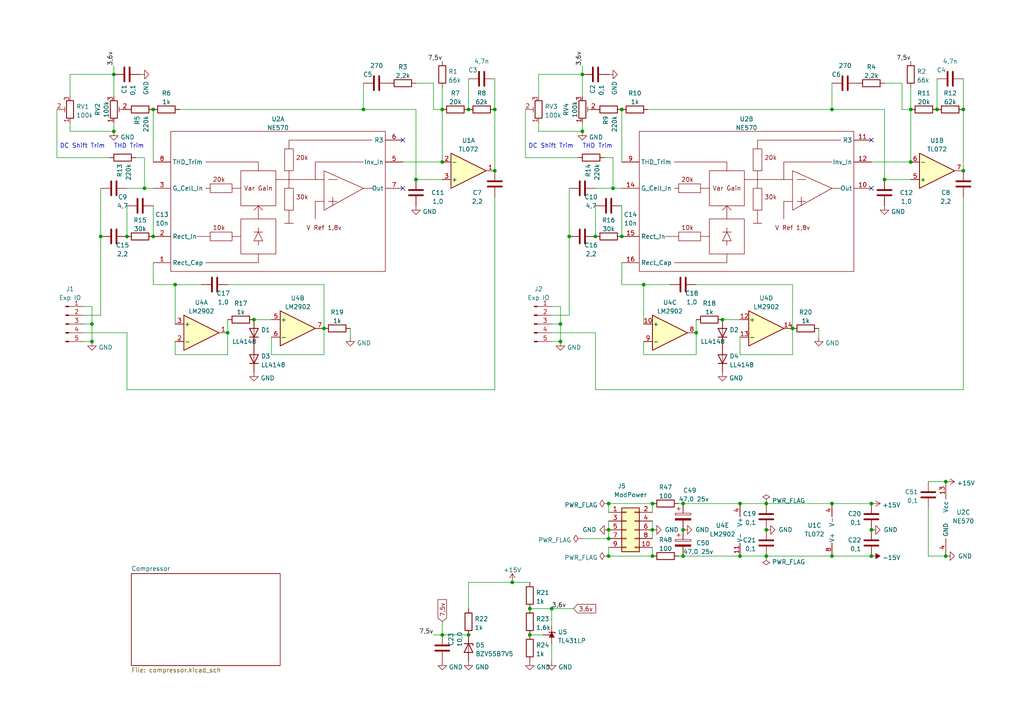
<source format=kicad_sch>
(kicad_sch (version 20211123) (generator eeschema)
  (paper "A4")
  (lib_symbols
    (symbol "Amplifier_Operational:LM2902" (pin_names (offset 0.127))
      (property "Reference" "U" (at 0 5.08 0))
      (property "Value" "LM2902" (at 0 -5.08 0))
      (symbol "LM2902_1_1"
        (pin output line (at 7.62 0 180) (length 2.54) (name "~") (number "1"))
        (pin input line (at -7.62 -2.54 0) (length 2.54) (name "-") (number "2"))
        (pin input line (at -7.62 2.54 0) (length 2.54) (name "+") (number "3"))
      )
      (symbol "LM2902_2_1"
        (pin input line (at -7.62 2.54 0) (length 2.54) (name "+") (number "5"))
        (pin input line (at -7.62 -2.54 0) (length 2.54) (name "-") (number "6"))
        (pin output line (at 7.62 0 180) (length 2.54) (name "~") (number "7"))
      )
      (symbol "LM2902_3_1"
        (pin input line (at -7.62 2.54 0) (length 2.54) (name "+") (number "10"))
        (pin output line (at 7.62 0 180) (length 2.54) (name "~") (number "8"))
        (pin input line (at -7.62 -2.54 0) (length 2.54) (name "-") (number "9"))
      )
      (symbol "LM2902_4_1"
        (pin input line (at -7.62 2.54 0) (length 2.54) (name "+") (number "12"))
        (pin input line (at -7.62 -2.54 0) (length 2.54) (name "-") (number "13"))
        (pin output line (at 7.62 0 180) (length 2.54) (name "~") (number "14"))
      )
      (symbol "LM2902_5_1"
        (pin power_in line (at -2.54 -7.62 90) (length 3.81) (name "V-") (number "11"))
        (pin power_in line (at -2.54 7.62 270) (length 3.81) (name "V+") (number "4"))
      )
    )
    (symbol "Amplifier_Operational:LM2904" (pin_names (offset 0.127))
      (property "Reference" "U" (at 0 5.08 0))
      (property "Value" "LM2904" (at 0 -5.08 0))
      (symbol "LM2904_1_1"
        (pin output line (at 7.62 0 180) (length 2.54) (name "~") (number "1"))
        (pin input line (at -7.62 -2.54 0) (length 2.54) (name "-") (number "2"))
        (pin input line (at -7.62 2.54 0) (length 2.54) (name "+") (number "3"))
      )
      (symbol "LM2904_2_1"
        (pin input line (at -7.62 2.54 0) (length 2.54) (name "+") (number "5"))
        (pin input line (at -7.62 -2.54 0) (length 2.54) (name "-") (number "6"))
        (pin output line (at 7.62 0 180) (length 2.54) (name "~") (number "7"))
      )
      (symbol "LM2904_3_1"
        (pin power_in line (at -2.54 -7.62 90) (length 3.81) (name "V-") (number "4"))
        (pin power_in line (at -2.54 7.62 270) (length 3.81) (name "V+") (number "8"))
      )
    )
    (symbol "Connector:Conn_01x05_Male" (pin_names (offset 1.016) hide)
      (property "Reference" "J" (at 0 7.62 0))
      (property "Value" "Conn_01x05_Male" (at 0 -7.62 0))
      (symbol "Conn_01x05_Male_1_1"
        (pin passive line (at 5.08 5.08 180) (length 3.81) (name "Pin_1") (number "1"))
        (pin passive line (at 5.08 2.54 180) (length 3.81) (name "Pin_2") (number "2"))
        (pin passive line (at 5.08 0 180) (length 3.81) (name "Pin_3") (number "3"))
        (pin passive line (at 5.08 -2.54 180) (length 3.81) (name "Pin_4") (number "4"))
        (pin passive line (at 5.08 -5.08 180) (length 3.81) (name "Pin_5") (number "5"))
      )
    )
    (symbol "Connector_Generic:Conn_02x05_Odd_Even" (pin_names (offset 1.016) hide)
      (property "Reference" "J" (at 1.27 7.62 0))
      (property "Value" "Conn_02x05_Odd_Even" (at 1.27 -7.62 0))
      (symbol "Conn_02x05_Odd_Even_1_1"
        (pin passive line (at -5.08 5.08 0) (length 3.81) (name "Pin_1") (number "1"))
        (pin passive line (at 7.62 -5.08 180) (length 3.81) (name "Pin_10") (number "10"))
        (pin passive line (at 7.62 5.08 180) (length 3.81) (name "Pin_2") (number "2"))
        (pin passive line (at -5.08 2.54 0) (length 3.81) (name "Pin_3") (number "3"))
        (pin passive line (at 7.62 2.54 180) (length 3.81) (name "Pin_4") (number "4"))
        (pin passive line (at -5.08 0 0) (length 3.81) (name "Pin_5") (number "5"))
        (pin passive line (at 7.62 0 180) (length 3.81) (name "Pin_6") (number "6"))
        (pin passive line (at -5.08 -2.54 0) (length 3.81) (name "Pin_7") (number "7"))
        (pin passive line (at 7.62 -2.54 180) (length 3.81) (name "Pin_8") (number "8"))
        (pin passive line (at -5.08 -5.08 0) (length 3.81) (name "Pin_9") (number "9"))
      )
    )
    (symbol "Device:C" (pin_numbers hide) (pin_names (offset 0.254))
      (property "Reference" "C" (at 0.635 2.54 0))
      (property "Value" "C" (at 0.635 -2.54 0))
      (symbol "C_1_1"
        (pin passive line (at 0 3.81 270) (length 2.794) (name "~") (number "1"))
        (pin passive line (at 0 -3.81 90) (length 2.794) (name "~") (number "2"))
      )
    )
    (symbol "Device:C_Polarized" (pin_numbers hide) (pin_names (offset 0.254))
      (property "Reference" "C" (at 0.635 2.54 0))
      (property "Value" "C_Polarized" (at 0.635 -2.54 0))
      (symbol "C_Polarized_1_1"
        (pin passive line (at 0 3.81 270) (length 2.794) (name "~") (number "1"))
        (pin passive line (at 0 -3.81 90) (length 2.794) (name "~") (number "2"))
      )
    )
    (symbol "Device:R" (pin_numbers hide) (pin_names (offset 0))
      (property "Reference" "R" (at 2.032 0 90))
      (property "Value" "R" (at 0 0 90))
      (symbol "R_1_1"
        (pin passive line (at 0 3.81 270) (length 1.27) (name "~") (number "1"))
        (pin passive line (at 0 -3.81 90) (length 1.27) (name "~") (number "2"))
      )
    )
    (symbol "Device:R_Potentiometer_Trim" (pin_names (offset 1.016) hide)
      (property "Reference" "RV" (at -4.445 0 90))
      (property "Value" "R_Potentiometer_Trim" (at -2.54 0 90))
      (symbol "R_Potentiometer_Trim_1_1"
        (pin passive line (at 0 3.81 270) (length 1.27) (name "1") (number "1"))
        (pin passive line (at 3.81 0 180) (length 1.27) (name "2") (number "2"))
        (pin passive line (at 0 -3.81 90) (length 1.27) (name "3") (number "3"))
      )
    )
    (symbol "Diode:BZV55B3V3" (pin_numbers hide) (pin_names hide)
      (property "Reference" "D" (at 0 2.54 0))
      (property "Value" "BZV55B3V3" (at 0 -2.54 0))
      (symbol "BZV55B3V3_1_1"
        (pin passive line (at -3.81 0 0) (length 2.54) (name "K") (number "1"))
        (pin passive line (at 3.81 0 180) (length 2.54) (name "A") (number "2"))
      )
    )
    (symbol "Diode:LL4148" (pin_numbers hide) (pin_names hide)
      (property "Reference" "D" (at 0 2.54 0))
      (property "Value" "LL4148" (at 0 -2.54 0))
      (symbol "LL4148_1_1"
        (pin passive line (at -3.81 0 0) (length 2.54) (name "K") (number "1"))
        (pin passive line (at 3.81 0 180) (length 2.54) (name "A") (number "2"))
      )
    )
    (symbol "Reference_Voltage:TL431LP" (pin_numbers hide) (pin_names hide)
      (property "Reference" "U" (at -2.54 2.54 0))
      (property "Value" "TL431LP" (at 0 -2.54 0))
      (symbol "TL431LP_1_1"
        (pin passive line (at 0 2.54 270) (length 2.54) (name "REF") (number "1"))
        (pin passive line (at -2.54 0 0) (length 2.54) (name "A") (number "2"))
        (pin passive line (at 2.54 0 180) (length 2.54) (name "K") (number "3"))
      )
    )
    (symbol "power:+15V" (power) (pin_names (offset 0))
      (property "Value" "+15V" (at 0 3.556 0))
      (symbol "+15V_1_1"
        (pin power_in line (at 0 0 90) (length 0) hide (name "+15V") (number "1"))
      )
    )
    (symbol "power:-15V" (power) (pin_names (offset 0))
      (property "Value" "-15V" (at 0 3.81 0))
      (symbol "-15V_0_0"
        (pin power_in line (at 0 0 90) (length 0) hide (name "-15V") (number "1"))
      )
    )
    (symbol "power:GND" (power) (pin_names (offset 0))
      (property "Value" "GND" (at 0 -3.81 0))
      (symbol "GND_1_1"
        (pin power_in line (at 0 0 270) (length 0) hide (name "GND") (number "1"))
      )
    )
    (symbol "power:PWR_FLAG" (power) (pin_numbers hide) (pin_names (offset 0) hide)
      (property "Value" "PWR_FLAG" (at 0 3.81 0))
      (symbol "PWR_FLAG_0_0"
        (pin power_out line (at 0 0 90) (length 0) (name "pwr") (number "1"))
      )
    )
    (symbol "ussr_ic:NE570"
      (property "Reference" "U" (at 0 20.32 0))
      (property "Value" "NE570" (at 0 -24.13 0))
      (symbol "NE570_1_0"
        (text "10k" (at -13.97 -8.89 0) (effects (font (size 1.27 1.27))))
        (text "20k" (at -13.97 5.08 0) (effects (font (size 1.27 1.27))))
        (text "20k" (at 10.16 11.43 0) (effects (font (size 1.27 1.27))))
        (text "30k" (at 10.16 0 0) (effects (font (size 1.27 1.27))))
        (text "V Ref 1,8v" (at 16.51 -8.89 0) (effects (font (size 1.27 1.27))))
        (text "Var Gain" (at -2.54 2.54 0) (effects (font (size 1.27 1.27))))
      )
      (symbol "NE570_1_1"
        (pin bidirectional line (at -33.02 -19.05 0) (length 5.08) (name "Rect_Cap") (number "1"))
        (pin input line (at -33.02 -11.43 0) (length 5.08) (name "Rect_In") (number "2"))
        (pin input line (at -33.02 2.54 0) (length 5.08) (name "G_Cell_In") (number "3"))
        (pin bidirectional line (at 39.37 10.16 180) (length 5.08) (name "Inv_In") (number "5"))
        (pin bidirectional line (at 39.37 16.51 180) (length 5.08) (name "R3") (number "6"))
        (pin output line (at 39.37 2.54 180) (length 5.08) (name "Out") (number "7"))
        (pin bidirectional line (at -33.02 10.16 0) (length 5.08) (name "THD_Trim") (number "8"))
      )
      (symbol "NE570_2_0"
        (text "10k" (at -13.97 -8.89 0) (effects (font (size 1.27 1.27))))
        (text "20k" (at -13.97 5.08 0) (effects (font (size 1.27 1.27))))
        (text "20k" (at 10.16 11.43 0) (effects (font (size 1.27 1.27))))
        (text "30k" (at 10.16 0 0) (effects (font (size 1.27 1.27))))
        (text "V Ref 1,8v" (at 16.51 -8.89 0) (effects (font (size 1.27 1.27))))
        (text "Var Gain" (at -2.54 2.54 0) (effects (font (size 1.27 1.27))))
      )
      (symbol "NE570_2_1"
        (pin output line (at 39.37 2.54 180) (length 5.08) (name "Out") (number "10"))
        (pin bidirectional line (at 39.37 16.51 180) (length 5.08) (name "R3") (number "11"))
        (pin bidirectional line (at 39.37 10.16 180) (length 5.08) (name "Inv_In") (number "12"))
        (pin input line (at -33.02 2.54 0) (length 5.08) (name "G_Cell_In") (number "14"))
        (pin input line (at -33.02 -11.43 0) (length 5.08) (name "Rect_In") (number "15"))
        (pin bidirectional line (at -33.02 -19.05 0) (length 5.08) (name "Rect_Cap") (number "16"))
        (pin bidirectional line (at -33.02 10.16 0) (length 5.08) (name "THD_Trim") (number "9"))
      )
      (symbol "NE570_3_1"
        (pin power_in line (at 0 10.16 270) (length 5.08) (name "Vcc") (number "13"))
        (pin power_in line (at 0 -11.43 90) (length 5.08) (name "GND") (number "4"))
      )
    )
  )
  (junction (at 168.91 38.1))
  (junction (at 201.93 96.52))
  (junction (at 279.4 49.53))
  (junction (at 120.65 52.07))
  (junction (at 241.3 31.75))
  (junction (at 50.8 82.55))
  (junction (at 189.23 146.05))
  (junction (at 176.53 161.29))
  (junction (at 229.87 95.25))
  (junction (at 128.27 31.75))
  (junction (at 44.45 31.75))
  (junction (at 264.16 46.99))
  (junction (at 44.45 68.58))
  (junction (at 189.23 161.29))
  (junction (at 222.25 161.29))
  (junction (at 135.89 31.75))
  (junction (at 33.02 21.59))
  (junction (at 214.63 161.29))
  (junction (at 168.91 21.59))
  (junction (at 153.67 176.53))
  (junction (at 198.12 153.67))
  (junction (at 252.73 146.05))
  (junction (at 153.67 184.15))
  (junction (at 189.23 153.67))
  (junction (at 176.53 153.67))
  (junction (at 177.8 54.61))
  (junction (at 33.02 38.1))
  (junction (at 143.51 31.75))
  (junction (at 41.91 54.61))
  (junction (at 143.51 49.53))
  (junction (at 241.3 161.29))
  (junction (at 26.67 99.06))
  (junction (at 162.56 93.98))
  (junction (at 222.25 146.05))
  (junction (at 36.83 68.58))
  (junction (at 198.12 146.05))
  (junction (at 241.3 146.05))
  (junction (at 252.73 153.67))
  (junction (at 256.54 52.07))
  (junction (at 176.53 156.21))
  (junction (at 162.56 99.06))
  (junction (at 214.63 146.05))
  (junction (at 148.59 168.91))
  (junction (at 252.73 161.29))
  (junction (at 135.89 184.15))
  (junction (at 271.78 31.75))
  (junction (at 105.41 31.75))
  (junction (at 180.34 31.75))
  (junction (at 264.16 31.75))
  (junction (at 172.72 68.58))
  (junction (at 198.12 161.29))
  (junction (at 176.53 146.05))
  (junction (at 128.27 46.99))
  (junction (at 160.02 176.53))
  (junction (at 29.21 68.58))
  (junction (at 209.55 92.71))
  (junction (at 279.4 31.75))
  (junction (at 274.32 161.29))
  (junction (at 165.1 68.58))
  (junction (at 274.32 139.7))
  (junction (at 26.67 93.98))
  (junction (at 186.69 82.55))
  (junction (at 180.34 68.58))
  (junction (at 222.25 153.67))
  (junction (at 66.04 96.52))
  (junction (at 128.27 184.15))
  (junction (at 93.98 95.25))
  (junction (at 73.66 92.71))
  (no_connect (at 116.84 54.61))
  (no_connect (at 252.73 40.64))
  (no_connect (at 252.73 54.61))
  (no_connect (at 116.84 40.64))
  (wire (pts (xy 165.1 54.61) (xy 165.1 68.58)))
  (wire (pts (xy 20.32 27.94) (xy 20.32 21.59)))
  (wire (pts (xy 172.72 54.61) (xy 177.8 54.61)))
  (wire (pts (xy 261.62 24.13) (xy 261.62 31.75)))
  (wire (pts (xy 16.51 31.75) (xy 16.51 45.72)))
  (wire (pts (xy 125.73 24.13) (xy 125.73 31.75)))
  (wire (pts (xy 256.54 52.07) (xy 264.16 52.07)))
  (wire (pts (xy 201.93 92.71) (xy 201.93 96.52)))
  (wire (pts (xy 160.02 96.52) (xy 172.72 96.52)))
  (wire (pts (xy 44.45 31.75) (xy 44.45 46.99)))
  (wire (pts (xy 264.16 31.75) (xy 264.16 46.99)))
  (wire (pts (xy 229.87 82.55) (xy 229.87 95.25)))
  (wire (pts (xy 66.04 92.71) (xy 66.04 96.52)))
  (wire (pts (xy 125.73 31.75) (xy 128.27 31.75)))
  (wire (pts (xy 24.13 91.44) (xy 29.21 91.44)))
  (wire (pts (xy 160.02 176.53) (xy 166.37 176.53)))
  (wire (pts (xy 20.32 35.56) (xy 20.32 38.1)))
  (wire (pts (xy 180.34 82.55) (xy 186.69 82.55)))
  (wire (pts (xy 52.07 31.75) (xy 105.41 31.75)))
  (wire (pts (xy 73.66 92.71) (xy 78.74 92.71)))
  (wire (pts (xy 222.25 161.29) (xy 241.3 161.29)))
  (wire (pts (xy 160.02 176.53) (xy 153.67 176.53)))
  (wire (pts (xy 29.21 54.61) (xy 29.21 68.58)))
  (wire (pts (xy 189.23 151.13) (xy 189.23 153.67)))
  (wire (pts (xy 33.02 35.56) (xy 33.02 38.1)))
  (wire (pts (xy 172.72 113.03) (xy 279.4 113.03)))
  (wire (pts (xy 36.83 96.52) (xy 36.83 113.03)))
  (wire (pts (xy 135.89 168.91) (xy 148.59 168.91)))
  (wire (pts (xy 214.63 161.29) (xy 222.25 161.29)))
  (wire (pts (xy 279.4 22.86) (xy 279.4 31.75)))
  (wire (pts (xy 187.96 31.75) (xy 241.3 31.75)))
  (wire (pts (xy 153.67 168.91) (xy 148.59 168.91)))
  (wire (pts (xy 66.04 96.52) (xy 66.04 102.87)))
  (wire (pts (xy 256.54 24.13) (xy 261.62 24.13)))
  (wire (pts (xy 41.91 45.72) (xy 41.91 54.61)))
  (wire (pts (xy 176.53 158.75) (xy 176.53 161.29)))
  (wire (pts (xy 20.32 38.1) (xy 33.02 38.1)))
  (wire (pts (xy 194.31 82.55) (xy 186.69 82.55)))
  (wire (pts (xy 162.56 88.9) (xy 162.56 93.98)))
  (wire (pts (xy 128.27 25.4) (xy 128.27 31.75)))
  (wire (pts (xy 156.21 38.1) (xy 168.91 38.1)))
  (wire (pts (xy 44.45 76.2) (xy 44.45 82.55)))
  (wire (pts (xy 101.6 95.25) (xy 101.6 97.79)))
  (wire (pts (xy 237.49 95.25) (xy 237.49 97.79)))
  (wire (pts (xy 176.53 148.59) (xy 176.53 146.05)))
  (wire (pts (xy 36.83 59.69) (xy 36.83 68.58)))
  (wire (pts (xy 128.27 180.34) (xy 128.27 184.15)))
  (wire (pts (xy 222.25 146.05) (xy 241.3 146.05)))
  (wire (pts (xy 198.12 146.05) (xy 214.63 146.05)))
  (wire (pts (xy 16.51 45.72) (xy 31.75 45.72)))
  (wire (pts (xy 50.8 82.55) (xy 50.8 93.98)))
  (wire (pts (xy 176.53 146.05) (xy 189.23 146.05)))
  (wire (pts (xy 41.91 54.61) (xy 44.45 54.61)))
  (wire (pts (xy 241.3 146.05) (xy 252.73 146.05)))
  (wire (pts (xy 120.65 31.75) (xy 120.65 52.07)))
  (wire (pts (xy 58.42 82.55) (xy 50.8 82.55)))
  (wire (pts (xy 33.02 21.59) (xy 33.02 27.94)))
  (wire (pts (xy 214.63 146.05) (xy 222.25 146.05)))
  (wire (pts (xy 26.67 99.06) (xy 26.67 93.98)))
  (wire (pts (xy 175.26 45.72) (xy 177.8 45.72)))
  (wire (pts (xy 186.69 99.06) (xy 186.69 102.87)))
  (wire (pts (xy 160.02 91.44) (xy 165.1 91.44)))
  (wire (pts (xy 196.85 161.29) (xy 198.12 161.29)))
  (wire (pts (xy 214.63 102.87) (xy 229.87 102.87)))
  (wire (pts (xy 128.27 184.15) (xy 135.89 184.15)))
  (wire (pts (xy 160.02 186.69) (xy 160.02 191.77)))
  (wire (pts (xy 24.13 88.9) (xy 26.67 88.9)))
  (wire (pts (xy 120.65 52.07) (xy 128.27 52.07)))
  (wire (pts (xy 165.1 91.44) (xy 165.1 68.58)))
  (wire (pts (xy 189.23 161.29) (xy 189.23 158.75)))
  (wire (pts (xy 26.67 93.98) (xy 24.13 93.98)))
  (wire (pts (xy 78.74 97.79) (xy 78.74 102.87)))
  (wire (pts (xy 229.87 102.87) (xy 229.87 95.25)))
  (wire (pts (xy 269.24 139.7) (xy 274.32 139.7)))
  (wire (pts (xy 50.8 99.06) (xy 50.8 102.87)))
  (wire (pts (xy 39.37 45.72) (xy 41.91 45.72)))
  (wire (pts (xy 241.3 161.29) (xy 252.73 161.29)))
  (wire (pts (xy 36.83 113.03) (xy 143.51 113.03)))
  (wire (pts (xy 177.8 54.61) (xy 180.34 54.61)))
  (wire (pts (xy 135.89 22.86) (xy 135.89 31.75)))
  (wire (pts (xy 44.45 82.55) (xy 50.8 82.55)))
  (wire (pts (xy 168.91 21.59) (xy 168.91 27.94)))
  (wire (pts (xy 125.73 184.15) (xy 128.27 184.15)))
  (wire (pts (xy 168.91 35.56) (xy 168.91 38.1)))
  (wire (pts (xy 160.02 181.61) (xy 160.02 176.53)))
  (wire (pts (xy 176.53 153.67) (xy 176.53 156.21)))
  (wire (pts (xy 24.13 99.06) (xy 26.67 99.06)))
  (wire (pts (xy 168.91 19.05) (xy 168.91 21.59)))
  (wire (pts (xy 36.83 54.61) (xy 41.91 54.61)))
  (wire (pts (xy 201.93 82.55) (xy 229.87 82.55)))
  (wire (pts (xy 271.78 22.86) (xy 271.78 31.75)))
  (wire (pts (xy 50.8 102.87) (xy 66.04 102.87)))
  (wire (pts (xy 180.34 59.69) (xy 180.34 68.58)))
  (wire (pts (xy 241.3 31.75) (xy 256.54 31.75)))
  (wire (pts (xy 143.51 31.75) (xy 143.51 49.53)))
  (wire (pts (xy 261.62 31.75) (xy 264.16 31.75)))
  (wire (pts (xy 156.21 21.59) (xy 168.91 21.59)))
  (wire (pts (xy 128.27 31.75) (xy 128.27 46.99)))
  (wire (pts (xy 135.89 176.53) (xy 135.89 168.91)))
  (wire (pts (xy 172.72 59.69) (xy 172.72 68.58)))
  (wire (pts (xy 29.21 91.44) (xy 29.21 68.58)))
  (wire (pts (xy 162.56 93.98) (xy 160.02 93.98)))
  (wire (pts (xy 196.85 146.05) (xy 198.12 146.05)))
  (wire (pts (xy 20.32 21.59) (xy 33.02 21.59)))
  (wire (pts (xy 176.53 161.29) (xy 189.23 161.29)))
  (wire (pts (xy 33.02 19.05) (xy 33.02 21.59)))
  (wire (pts (xy 143.51 113.03) (xy 143.51 57.15)))
  (wire (pts (xy 180.34 76.2) (xy 180.34 82.55)))
  (wire (pts (xy 214.63 97.79) (xy 214.63 102.87)))
  (wire (pts (xy 78.74 102.87) (xy 93.98 102.87)))
  (wire (pts (xy 160.02 88.9) (xy 162.56 88.9)))
  (wire (pts (xy 264.16 25.4) (xy 264.16 31.75)))
  (wire (pts (xy 186.69 82.55) (xy 186.69 93.98)))
  (wire (pts (xy 176.53 151.13) (xy 176.53 153.67)))
  (wire (pts (xy 24.13 96.52) (xy 36.83 96.52)))
  (wire (pts (xy 172.72 96.52) (xy 172.72 113.03)))
  (wire (pts (xy 120.65 24.13) (xy 125.73 24.13)))
  (wire (pts (xy 26.67 88.9) (xy 26.67 93.98)))
  (wire (pts (xy 93.98 82.55) (xy 93.98 95.25)))
  (wire (pts (xy 162.56 99.06) (xy 162.56 93.98)))
  (wire (pts (xy 269.24 147.32) (xy 269.24 161.29)))
  (wire (pts (xy 279.4 31.75) (xy 279.4 49.53)))
  (wire (pts (xy 241.3 24.13) (xy 241.3 31.75)))
  (wire (pts (xy 201.93 96.52) (xy 201.93 102.87)))
  (wire (pts (xy 152.4 31.75) (xy 152.4 45.72)))
  (wire (pts (xy 152.4 45.72) (xy 167.64 45.72)))
  (wire (pts (xy 168.91 156.21) (xy 176.53 156.21)))
  (wire (pts (xy 143.51 22.86) (xy 143.51 31.75)))
  (wire (pts (xy 116.84 46.99) (xy 128.27 46.99)))
  (wire (pts (xy 186.69 102.87) (xy 201.93 102.87)))
  (wire (pts (xy 153.67 184.15) (xy 157.48 184.15)))
  (wire (pts (xy 156.21 27.94) (xy 156.21 21.59)))
  (wire (pts (xy 256.54 31.75) (xy 256.54 52.07)))
  (wire (pts (xy 44.45 59.69) (xy 44.45 68.58)))
  (wire (pts (xy 189.23 146.05) (xy 189.23 148.59)))
  (wire (pts (xy 93.98 102.87) (xy 93.98 95.25)))
  (wire (pts (xy 269.24 161.29) (xy 274.32 161.29)))
  (wire (pts (xy 105.41 31.75) (xy 120.65 31.75)))
  (wire (pts (xy 198.12 161.29) (xy 214.63 161.29)))
  (wire (pts (xy 189.23 153.67) (xy 189.23 156.21)))
  (wire (pts (xy 66.04 82.55) (xy 93.98 82.55)))
  (wire (pts (xy 177.8 45.72) (xy 177.8 54.61)))
  (wire (pts (xy 160.02 99.06) (xy 162.56 99.06)))
  (wire (pts (xy 252.73 46.99) (xy 264.16 46.99)))
  (wire (pts (xy 156.21 35.56) (xy 156.21 38.1)))
  (wire (pts (xy 209.55 92.71) (xy 214.63 92.71)))
  (wire (pts (xy 105.41 24.13) (xy 105.41 31.75)))
  (wire (pts (xy 180.34 31.75) (xy 180.34 46.99)))
  (wire (pts (xy 279.4 113.03) (xy 279.4 57.15)))
  (text "THD Trim" (at 168.91 43.18 0) (effects (font (size 1.27 1.27)) (justify left bottom)))
  (text "DC Shift Trim" (at 166.37 43.18 180) (effects (font (size 1.27 1.27)) (justify right bottom)))
  (text "THD Trim" (at 33.02 43.18 0) (effects (font (size 1.27 1.27)) (justify left bottom)))
  (text "DC Shift Trim" (at 30.48 43.18 180) (effects (font (size 1.27 1.27)) (justify right bottom)))
  (label "3,6v" (at 160.02 176.53 0))
  (label "7,5v" (at 264.16 17.78 180))
  (label "3,6v" (at 168.91 19.05 90))
  (label "3,6v" (at 33.02 19.05 90))
  (label "7,5v" (at 128.27 17.78 180))
  (label "7,5v" (at 125.73 184.15 180))
  (global_label "3,6v" (shape input) (at 166.37 176.53 0) (property "Intersheet References" "${INTERSHEET_REFS}" (effects hide)))
  (global_label "7,5v" (shape input) (at 128.27 180.34 90) (property "Intersheet References" "${INTERSHEET_REFS}" (effects hide)))
  (symbol (lib_id "Device:C") (at 168.91 68.58 90) (unit 1)
    (property "Reference" "C16" (at 171.45 71.12 90))
    (property "Value" "2,2" (at 171.45 73.66 90))
    (property "Footprint" "Capacitor_SMD:C_0805_2012Metric_Pad1.18x1.45mm_HandSolder" (effects hide))
  )
  (symbol (lib_id "power:GND") (at 252.73 153.67 90) (unit 1)
    (property "Reference" "#PWR042" (effects hide))
    (property "Value" "GND" (at 260.35 153.67 90) (effects (justify left)))
  )
  (symbol (lib_id "Device:C") (at 40.64 59.69 90) (unit 1)
    (property "Reference" "C13" (at 46.99 62.23 90))
    (property "Value" "10n" (at 46.99 64.77 90))
    (property "Footprint" "Capacitor_SMD:C_0805_2012Metric_Pad1.18x1.45mm_HandSolder" (effects hide))
  )
  (symbol (lib_id "power:GND") (at 153.67 191.77 0) (unit 1)
    (property "Reference" "#PWR018" (effects hide))
    (property "Value" "GND" (at 155.575 193.4738 0) (effects (justify left)))
  )
  (symbol (lib_id "Device:C") (at 275.59 22.86 270) (unit 1)
    (property "Reference" "C4" (at 273.05 20.32 90))
    (property "Value" "4,7n" (at 275.59 17.78 90))
    (property "Footprint" "Capacitor_SMD:C_0805_2012Metric_Pad1.18x1.45mm_HandSolder" (effects hide))
  )
  (symbol (lib_id "power:GND") (at 189.23 153.67 90) (unit 1)
    (property "Reference" "#PWR039" (effects hide))
    (property "Value" "GND" (at 196.85 153.67 90) (effects (justify left)))
  )
  (symbol (lib_id "Reference_Voltage:TL431LP") (at 160.02 184.15 90) (unit 1)
    (property "Reference" "U5" (at 161.798 183.3153 90) (effects (justify right)))
    (property "Value" "TL431LP" (at 161.798 185.8522 90) (effects (justify right)))
    (property "Footprint" "Package_TO_SOT_THT:TO-92_Inline" (effects hide))
    (property "Datasheet" "http://www.ti.com/lit/ds/symlink/tl431.pdf" (effects hide))
  )
  (symbol (lib_id "Device:R") (at 171.45 45.72 270) (mirror x) (unit 1)
    (property "Reference" "R14" (at 170.6153 47.498 0) (effects (justify right)))
    (property "Value" "220k" (at 173.1522 47.498 0) (effects (justify right)))
    (property "Footprint" "Resistor_SMD:R_1206_3216Metric_Pad1.30x1.75mm_HandSolder" (effects hide))
  )
  (symbol (lib_id "Device:R") (at 205.74 92.71 90) (unit 1)
    (property "Reference" "R18" (at 205.74 87.9942 90))
    (property "Value" "1k" (at 205.74 90.5311 90))
    (property "Footprint" "Resistor_SMD:R_1206_3216Metric_Pad1.30x1.75mm_HandSolder" (effects hide))
  )
  (symbol (lib_id "power:GND") (at 160.02 191.77 0) (unit 1)
    (property "Reference" "#PWR019" (effects hide))
    (property "Value" "GND" (at 161.925 193.4738 0) (effects (justify left)))
  )
  (symbol (lib_id "Device:C") (at 33.02 68.58 90) (unit 1)
    (property "Reference" "C15" (at 35.56 71.12 90))
    (property "Value" "2,2" (at 35.56 73.66 90))
    (property "Footprint" "Capacitor_SMD:C_0805_2012Metric_Pad1.18x1.45mm_HandSolder" (effects hide))
  )
  (symbol (lib_id "Diode:LL4148") (at 209.55 104.14 90) (unit 1)
    (property "Reference" "D4" (at 211.582 103.3053 90) (effects (justify right)))
    (property "Value" "LL4148" (at 211.582 105.8422 90) (effects (justify right)))
    (property "Footprint" "Diode_SMD:D_MiniMELF" (effects hide))
    (property "Datasheet" "http://www.vishay.com/docs/85557/ll4148.pdf" (effects hide))
  )
  (symbol (lib_id "Device:R") (at 153.67 187.96 180) (unit 1)
    (property "Reference" "R24" (at 155.448 187.1253 0) (effects (justify right)))
    (property "Value" "1k" (at 155.448 189.6622 0) (effects (justify right)))
    (property "Footprint" "Resistor_SMD:R_1206_3216Metric_Pad1.30x1.75mm_HandSolder" (effects hide))
  )
  (symbol (lib_id "Device:R") (at 135.89 180.34 180) (unit 1)
    (property "Reference" "R22" (at 137.668 179.5053 0) (effects (justify right)))
    (property "Value" "1k" (at 137.668 182.0422 0) (effects (justify right)))
    (property "Footprint" "Resistor_SMD:R_1206_3216Metric_Pad1.30x1.75mm_HandSolder" (effects hide))
  )
  (symbol (lib_id "Device:C") (at 109.22 24.13 270) (unit 1)
    (property "Reference" "C5" (at 106.68 21.59 90))
    (property "Value" "270" (at 109.22 19.05 90))
    (property "Footprint" "Capacitor_SMD:C_0805_2012Metric_Pad1.18x1.45mm_HandSolder" (effects hide))
  )
  (symbol (lib_id "Device:C") (at 198.12 82.55 90) (unit 1)
    (property "Reference" "C18" (at 200.66 85.09 90))
    (property "Value" "1,0" (at 200.66 87.63 90))
    (property "Footprint" "Capacitor_SMD:C_0805_2012Metric_Pad1.18x1.45mm_HandSolder" (effects hide))
  )
  (symbol (lib_id "power:+15V") (at 274.32 139.7 270) (unit 1)
    (property "Reference" "#PWR045" (effects hide))
    (property "Value" "+15V" (at 277.495 140.1338 90) (effects (justify left)))
  )
  (symbol (lib_id "power:+15V") (at 252.73 146.05 270) (unit 1)
    (property "Reference" "#PWR013" (effects hide))
    (property "Value" "+15V" (at 255.905 146.4838 90) (effects (justify left)))
  )
  (symbol (lib_id "Amplifier_Operational:LM2902") (at 217.17 153.67 0) (unit 5)
    (property "Reference" "U4" (at 209.55 152.4 0))
    (property "Value" "LM2902" (at 209.55 154.94 0))
    (property "Footprint" "Package_DIP:DIP-14_W7.62mm_Socket_LongPads" (effects hide))
    (property "Datasheet" "http://www.ti.com/lit/ds/symlink/lm2902-n.pdf" (effects hide))
  )
  (symbol (lib_id "power:GND") (at 73.66 107.95 0) (unit 1)
    (property "Reference" "#PWR011" (effects hide))
    (property "Value" "GND" (at 75.565 109.6538 0) (effects (justify left)))
  )
  (symbol (lib_id "Device:C") (at 252.73 157.48 0) (mirror x) (unit 1)
    (property "Reference" "C22" (at 249.809 156.6453 0) (effects (justify right)))
    (property "Value" "0,1" (at 249.809 159.1822 0) (effects (justify right)))
    (property "Footprint" "Capacitor_SMD:C_1206_3216Metric_Pad1.33x1.80mm_HandSolder" (effects hide))
  )
  (symbol (lib_id "Device:R") (at 184.15 31.75 90) (unit 1)
    (property "Reference" "R10" (at 184.15 27.0342 90))
    (property "Value" "1k" (at 184.15 29.5711 90))
    (property "Footprint" "Resistor_SMD:R_1206_3216Metric_Pad1.30x1.75mm_HandSolder" (effects hide))
  )
  (symbol (lib_id "power:GND") (at 209.55 107.95 0) (unit 1)
    (property "Reference" "#PWR012" (effects hide))
    (property "Value" "GND" (at 211.455 109.6538 0) (effects (justify left)))
  )
  (symbol (lib_id "Device:C_Polarized") (at 198.12 157.48 0) (unit 1)
    (property "Reference" "C50" (at 201.93 157.48 0) (effects (justify left)))
    (property "Value" "47,0 25v" (at 198.12 160.02 0) (effects (justify left)))
    (property "Footprint" "Capacitor_THT:CP_Radial_D5.0mm_P2.50mm" (effects hide))
  )
  (symbol (lib_id "power:GND") (at 198.12 153.67 90) (unit 1)
    (property "Reference" "#PWR040" (effects hide))
    (property "Value" "GND" (at 205.74 153.67 90) (effects (justify left)))
  )
  (symbol (lib_id "Device:C") (at 222.25 157.48 0) (mirror x) (unit 1)
    (property "Reference" "C21" (at 219.329 156.6453 0) (effects (justify right)))
    (property "Value" "0,1" (at 219.329 159.1822 0) (effects (justify right)))
    (property "Footprint" "Capacitor_SMD:C_1206_3216Metric_Pad1.33x1.80mm_HandSolder" (effects hide))
  )
  (symbol (lib_id "power:GND") (at 222.25 153.67 90) (unit 1)
    (property "Reference" "#PWR041" (effects hide))
    (property "Value" "GND" (at 229.87 153.67 90) (effects (justify left)))
  )
  (symbol (lib_id "Device:R") (at 132.08 31.75 270) (mirror x) (unit 1)
    (property "Reference" "R7" (at 132.08 27.0342 90))
    (property "Value" "20k" (at 132.08 29.5711 90))
    (property "Footprint" "Resistor_SMD:R_1206_3216Metric_Pad1.30x1.75mm_HandSolder" (effects hide))
  )
  (symbol (lib_id "Device:R") (at 275.59 31.75 270) (mirror x) (unit 1)
    (property "Reference" "R12" (at 275.59 27.0342 90))
    (property "Value" "62k" (at 275.59 29.5711 90))
    (property "Footprint" "Resistor_SMD:R_1206_3216Metric_Pad1.30x1.75mm_HandSolder" (effects hide))
  )
  (symbol (lib_id "Device:R_Potentiometer_Trim") (at 156.21 31.75 180) (unit 1)
    (property "Reference" "RV3" (at 157.988 30.9153 0) (effects (justify right)))
    (property "Value" "100k" (at 157.988 33.4522 0) (effects (justify right)))
    (property "Footprint" "Potentiometer_THT:Potentiometer_Runtron_RM-065_Vertical" (effects hide))
  )
  (symbol (lib_id "power:GND") (at 40.64 21.59 90) (mirror x) (unit 1)
    (property "Reference" "#PWR01" (effects hide))
    (property "Value" "GND" (at 42.3438 23.495 0) (effects (justify left)))
  )
  (symbol (lib_id "ussr_ic:NE570") (at 77.47 57.15 0) (unit 1)
    (property "Reference" "U2" (at 80.645 34.5272 0))
    (property "Value" "NE570" (at 80.645 37.0641 0))
    (property "Footprint" "Package_DIP:DIP-16_W7.62mm_Socket_LongPads" (effects hide))
  )
  (symbol (lib_id "power:GND") (at 176.53 153.67 270) (unit 1)
    (property "Reference" "#PWR038" (effects hide))
    (property "Value" "GND" (at 168.91 153.67 90) (effects (justify left)))
  )
  (symbol (lib_id "Device:R") (at 40.64 31.75 270) (mirror x) (unit 1)
    (property "Reference" "R5" (at 39.8053 33.528 0) (effects (justify right)))
    (property "Value" "220k" (at 42.3422 33.528 0) (effects (justify right)))
    (property "Footprint" "Resistor_SMD:R_1206_3216Metric_Pad1.30x1.75mm_HandSolder" (effects hide))
  )
  (symbol (lib_id "power:GND") (at 274.32 161.29 90) (unit 1)
    (property "Reference" "#PWR046" (effects hide))
    (property "Value" "GND" (at 281.94 161.29 90) (effects (justify left)))
  )
  (symbol (lib_id "Device:C") (at 245.11 24.13 270) (unit 1)
    (property "Reference" "C6" (at 242.57 21.59 90))
    (property "Value" "270" (at 245.11 19.05 90))
    (property "Footprint" "Capacitor_SMD:C_0805_2012Metric_Pad1.18x1.45mm_HandSolder" (effects hide))
  )
  (symbol (lib_id "Device:R") (at 252.73 24.13 270) (mirror x) (unit 1)
    (property "Reference" "R4" (at 252.73 19.4142 90))
    (property "Value" "2,2k" (at 252.73 21.9511 90))
    (property "Footprint" "Resistor_SMD:R_1206_3216Metric_Pad1.30x1.75mm_HandSolder" (effects hide))
  )
  (symbol (lib_id "Device:C") (at 279.4 53.34 180) (unit 1)
    (property "Reference" "C8" (at 274.32 55.88 0))
    (property "Value" "2,2" (at 274.32 58.42 0))
    (property "Footprint" "Capacitor_SMD:C_0805_2012Metric_Pad1.18x1.45mm_HandSolder" (effects hide))
  )
  (symbol (lib_id "power:GND") (at 237.49 97.79 0) (unit 1)
    (property "Reference" "#PWR08" (effects hide))
    (property "Value" "GND" (at 239.395 99.4938 0) (effects (justify left)))
  )
  (symbol (lib_id "Device:R") (at 153.67 180.34 180) (unit 1)
    (property "Reference" "R23" (at 155.448 179.5053 0) (effects (justify right)))
    (property "Value" "1,6k" (at 155.448 182.0422 0) (effects (justify right)))
    (property "Footprint" "Resistor_SMD:R_1206_3216Metric_Pad1.30x1.75mm_HandSolder" (effects hide))
  )
  (symbol (lib_id "power:PWR_FLAG") (at 176.53 146.05 90) (unit 1)
    (property "Reference" "#FLG0101" (effects hide))
    (property "Value" "PWR_FLAG" (at 173.3551 146.4838 90) (effects (justify left)))
  )
  (symbol (lib_id "power:PWR_FLAG") (at 168.91 156.21 90) (unit 1)
    (property "Reference" "#FLG0103" (effects hide))
    (property "Value" "PWR_FLAG" (at 165.7351 156.6438 90) (effects (justify left)))
  )
  (symbol (lib_id "Device:C") (at 143.51 53.34 180) (unit 1)
    (property "Reference" "C7" (at 138.43 55.88 0))
    (property "Value" "2,2" (at 138.43 58.42 0))
    (property "Footprint" "Capacitor_SMD:C_0805_2012Metric_Pad1.18x1.45mm_HandSolder" (effects hide))
  )
  (symbol (lib_id "Device:C_Polarized") (at 198.12 149.86 0) (unit 1)
    (property "Reference" "C49" (at 198.12 142.24 0) (effects (justify left)))
    (property "Value" "47,0 25v" (at 196.85 144.78 0) (effects (justify left)))
    (property "Footprint" "Capacitor_THT:CP_Radial_D5.0mm_P2.50mm" (effects hide))
  )
  (symbol (lib_id "Device:C") (at 172.72 21.59 270) (mirror x) (unit 1)
    (property "Reference" "C2" (at 171.8853 24.511 0) (effects (justify right)))
    (property "Value" "0,1" (at 174.4222 24.511 0) (effects (justify right)))
    (property "Footprint" "Capacitor_SMD:C_1206_3216Metric_Pad1.33x1.80mm_HandSolder" (effects hide))
  )
  (symbol (lib_id "Device:R") (at 35.56 45.72 270) (mirror x) (unit 1)
    (property "Reference" "R13" (at 34.7253 47.498 0) (effects (justify right)))
    (property "Value" "220k" (at 37.2622 47.498 0) (effects (justify right)))
    (property "Footprint" "Resistor_SMD:R_1206_3216Metric_Pad1.30x1.75mm_HandSolder" (effects hide))
  )
  (symbol (lib_id "power:GND") (at 26.67 99.06 0) (mirror y) (unit 1)
    (property "Reference" "#PWR09" (effects hide))
    (property "Value" "GND" (at 28.575 100.7638 0) (effects (justify right)))
  )
  (symbol (lib_id "power:GND") (at 135.89 191.77 0) (unit 1)
    (property "Reference" "#PWR017" (effects hide))
    (property "Value" "GND" (at 137.795 193.4738 0) (effects (justify left)))
  )
  (symbol (lib_id "Device:R") (at 176.53 68.58 90) (unit 1)
    (property "Reference" "R16" (at 176.53 63.8642 90))
    (property "Value" "30k" (at 176.53 66.4011 90))
    (property "Footprint" "Resistor_SMD:R_1206_3216Metric_Pad1.30x1.75mm_HandSolder" (effects hide))
  )
  (symbol (lib_id "power:PWR_FLAG") (at 176.53 161.29 90) (unit 1)
    (property "Reference" "#FLG0102" (effects hide))
    (property "Value" "PWR_FLAG" (at 173.3551 161.7238 90) (effects (justify left)))
  )
  (symbol (lib_id "Diode:LL4148") (at 73.66 104.14 90) (unit 1)
    (property "Reference" "D3" (at 75.692 103.3053 90) (effects (justify right)))
    (property "Value" "LL4148" (at 75.692 105.8422 90) (effects (justify right)))
    (property "Footprint" "Diode_SMD:D_MiniMELF" (effects hide))
    (property "Datasheet" "http://www.vishay.com/docs/85557/ll4148.pdf" (effects hide))
  )
  (symbol (lib_id "Device:R") (at 176.53 31.75 270) (mirror x) (unit 1)
    (property "Reference" "R9" (at 175.6953 33.528 0) (effects (justify right)))
    (property "Value" "220k" (at 178.2322 33.528 0) (effects (justify right)))
    (property "Footprint" "Resistor_SMD:R_1206_3216Metric_Pad1.30x1.75mm_HandSolder" (effects hide))
  )
  (symbol (lib_id "Amplifier_Operational:LM2902") (at 58.42 96.52 0) (unit 1)
    (property "Reference" "U4" (at 58.42 87.7402 0))
    (property "Value" "LM2902" (at 58.42 90.2771 0))
    (property "Footprint" "Package_DIP:DIP-14_W7.62mm_Socket_LongPads" (effects hide))
    (property "Datasheet" "http://www.ti.com/lit/ds/symlink/lm2902-n.pdf" (effects hide))
  )
  (symbol (lib_id "Amplifier_Operational:LM2904") (at 135.89 49.53 0) (mirror x) (unit 1)
    (property "Reference" "U1" (at 135.89 40.7502 0))
    (property "Value" "TL072" (at 135.89 43.2871 0))
    (property "Footprint" "Package_DIP:DIP-8_W7.62mm" (effects hide))
    (property "Datasheet" "http://www.ti.com/lit/ds/symlink/lm358.pdf" (effects hide))
  )
  (symbol (lib_id "Device:R") (at 264.16 21.59 0) (mirror y) (unit 1)
    (property "Reference" "R2" (at 265.938 20.7553 0) (effects (justify right)))
    (property "Value" "66k" (at 265.938 23.2922 0) (effects (justify right)))
    (property "Footprint" "Resistor_SMD:R_1206_3216Metric_Pad1.30x1.75mm_HandSolder" (effects hide))
  )
  (symbol (lib_id "Device:C") (at 252.73 149.86 0) (mirror x) (unit 1)
    (property "Reference" "C20" (at 249.809 149.0253 0) (effects (justify right)))
    (property "Value" "0,1" (at 249.809 151.5622 0) (effects (justify right)))
    (property "Footprint" "Capacitor_SMD:C_1206_3216Metric_Pad1.33x1.80mm_HandSolder" (effects hide))
  )
  (symbol (lib_id "power:-15V") (at 252.73 161.29 270) (unit 1)
    (property "Reference" "#PWR014" (effects hide))
    (property "Value" "-15V" (at 255.905 161.7238 90) (effects (justify left)))
  )
  (symbol (lib_id "ussr_ic:NE570") (at 274.32 149.86 0) (unit 3)
    (property "Reference" "U2" (at 279.4 148.59 0))
    (property "Value" "NE570" (at 279.4 151.13 0))
    (property "Footprint" "Package_DIP:DIP-16_W7.62mm_Socket_LongPads" (effects hide))
  )
  (symbol (lib_id "power:GND") (at 162.56 99.06 0) (mirror y) (unit 1)
    (property "Reference" "#PWR010" (effects hide))
    (property "Value" "GND" (at 164.465 100.7638 0) (effects (justify right)))
  )
  (symbol (lib_id "Device:R") (at 193.04 146.05 90) (unit 1)
    (property "Reference" "R47" (at 193.04 141.3342 90))
    (property "Value" "100" (at 193.04 143.8711 90))
    (property "Footprint" "Resistor_SMD:R_1206_3216Metric_Pad1.30x1.75mm_HandSolder" (effects hide))
  )
  (symbol (lib_id "Device:R") (at 69.85 92.71 90) (unit 1)
    (property "Reference" "R17" (at 69.85 87.9942 90))
    (property "Value" "1k" (at 69.85 90.5311 90))
    (property "Footprint" "Resistor_SMD:R_1206_3216Metric_Pad1.30x1.75mm_HandSolder" (effects hide))
  )
  (symbol (lib_id "power:PWR_FLAG") (at 222.25 146.05 0) (unit 1)
    (property "Reference" "#FLG0104" (effects hide))
    (property "Value" "PWR_FLAG" (at 223.901 145.2138 0) (effects (justify left)))
  )
  (symbol (lib_id "Amplifier_Operational:LM2902") (at 86.36 95.25 0) (unit 2)
    (property "Reference" "U4" (at 86.36 86.4702 0))
    (property "Value" "LM2902" (at 86.36 89.0071 0))
    (property "Footprint" "Package_DIP:DIP-14_W7.62mm_Socket_LongPads" (effects hide))
    (property "Datasheet" "http://www.ti.com/lit/ds/symlink/lm2902-n.pdf" (effects hide))
  )
  (symbol (lib_id "Connector:Conn_01x05_Male") (at 154.94 93.98 0) (unit 1)
    (property "Reference" "J2" (at 156.21 83.82 0))
    (property "Value" "Exp IO" (at 156.21 86.36 0))
    (property "Footprint" "Connector_JST:JST_EH_B5B-EH-A_1x05_P2.50mm_Vertical" (effects hide))
  )
  (symbol (lib_id "Device:C") (at 62.23 82.55 90) (unit 1)
    (property "Reference" "C17" (at 64.77 85.09 90))
    (property "Value" "1,0" (at 64.77 87.63 90))
    (property "Footprint" "Capacitor_SMD:C_0805_2012Metric_Pad1.18x1.45mm_HandSolder" (effects hide))
  )
  (symbol (lib_id "Amplifier_Operational:LM2904") (at 243.84 153.67 0) (mirror x) (unit 3)
    (property "Reference" "U1" (at 236.22 152.4 0))
    (property "Value" "TL072" (at 236.22 154.94 0))
    (property "Footprint" "Package_DIP:DIP-8_W7.62mm" (effects hide))
    (property "Datasheet" "http://www.ti.com/lit/ds/symlink/lm358.pdf" (effects hide))
  )
  (symbol (lib_id "Device:R") (at 97.79 95.25 90) (unit 1)
    (property "Reference" "R19" (at 97.79 90.5342 90))
    (property "Value" "1k" (at 97.79 93.0711 90))
    (property "Footprint" "Resistor_SMD:R_1206_3216Metric_Pad1.30x1.75mm_HandSolder" (effects hide))
  )
  (symbol (lib_id "Amplifier_Operational:LM2904") (at 271.78 49.53 0) (mirror x) (unit 2)
    (property "Reference" "U1" (at 271.78 40.7502 0))
    (property "Value" "TL072" (at 271.78 43.2871 0))
    (property "Footprint" "Package_DIP:DIP-8_W7.62mm" (effects hide))
    (property "Datasheet" "http://www.ti.com/lit/ds/symlink/lm358.pdf" (effects hide))
  )
  (symbol (lib_id "Device:R_Potentiometer_Trim") (at 20.32 31.75 180) (unit 1)
    (property "Reference" "RV1" (at 22.098 30.9153 0) (effects (justify right)))
    (property "Value" "100k" (at 22.098 33.4522 0) (effects (justify right)))
    (property "Footprint" "Potentiometer_THT:Potentiometer_Runtron_RM-065_Vertical" (effects hide))
  )
  (symbol (lib_id "power:GND") (at 101.6 97.79 0) (unit 1)
    (property "Reference" "#PWR07" (effects hide))
    (property "Value" "GND" (at 103.505 99.4938 0) (effects (justify left)))
  )
  (symbol (lib_id "Device:R_Potentiometer_Trim") (at 33.02 31.75 0) (mirror x) (unit 1)
    (property "Reference" "RV2" (at 28.3042 31.75 90))
    (property "Value" "100k" (at 30.8411 31.75 90))
    (property "Footprint" "Potentiometer_THT:Potentiometer_Runtron_RM-065_Vertical" (effects hide))
  )
  (symbol (lib_id "Device:R") (at 40.64 68.58 90) (unit 1)
    (property "Reference" "R15" (at 40.64 63.8642 90))
    (property "Value" "30k" (at 40.64 66.4011 90))
    (property "Footprint" "Resistor_SMD:R_1206_3216Metric_Pad1.30x1.75mm_HandSolder" (effects hide))
  )
  (symbol (lib_id "power:GND") (at 176.53 21.59 90) (mirror x) (unit 1)
    (property "Reference" "#PWR02" (effects hide))
    (property "Value" "GND" (at 178.2338 23.495 0) (effects (justify left)))
  )
  (symbol (lib_id "power:PWR_FLAG") (at 222.25 161.29 180) (unit 1)
    (property "Reference" "#FLG0105" (effects hide))
    (property "Value" "PWR_FLAG" (at 223.901 162.9938 0) (effects (justify right)))
  )
  (symbol (lib_id "Diode:BZV55B3V3") (at 135.89 187.96 270) (unit 1)
    (property "Reference" "D5" (at 137.922 187.1253 90) (effects (justify left)))
    (property "Value" "BZV55B7V5" (at 137.922 189.6622 90) (effects (justify left)))
    (property "Footprint" "Diode_SMD:D_MiniMELF" (effects hide))
    (property "Datasheet" "https://assets.nexperia.com/documents/data-sheet/BZV55_SER.pdf" (effects hide))
  )
  (symbol (lib_id "Diode:LL4148") (at 73.66 96.52 90) (unit 1)
    (property "Reference" "D1" (at 75.692 95.6853 90) (effects (justify right)))
    (property "Value" "LL4148" (at 67.31 99.06 90) (effects (justify right)))
    (property "Footprint" "Diode_SMD:D_MiniMELF" (effects hide))
    (property "Datasheet" "http://www.vishay.com/docs/85557/ll4148.pdf" (effects hide))
  )
  (symbol (lib_id "Device:R") (at 233.68 95.25 90) (unit 1)
    (property "Reference" "R20" (at 233.68 90.5342 90))
    (property "Value" "1k" (at 233.68 93.0711 90))
    (property "Footprint" "Resistor_SMD:R_1206_3216Metric_Pad1.30x1.75mm_HandSolder" (effects hide))
  )
  (symbol (lib_id "Device:R") (at 193.04 161.29 90) (unit 1)
    (property "Reference" "R48" (at 193.04 156.5742 90))
    (property "Value" "100" (at 193.04 159.1111 90))
    (property "Footprint" "Resistor_SMD:R_1206_3216Metric_Pad1.30x1.75mm_HandSolder" (effects hide))
  )
  (symbol (lib_id "Device:C") (at 120.65 55.88 180) (unit 1)
    (property "Reference" "C11" (at 127 55.88 0))
    (property "Value" "1,0" (at 127 58.42 0))
    (property "Footprint" "Capacitor_SMD:C_0805_2012Metric_Pad1.18x1.45mm_HandSolder" (effects hide))
  )
  (symbol (lib_id "Connector_Generic:Conn_02x05_Odd_Even") (at 181.61 153.67 0) (unit 1)
    (property "Reference" "J5" (at 180.34 140.97 0))
    (property "Value" "ModPower" (at 182.88 143.51 0))
    (property "Footprint" "Connector_PinHeader_2.54mm:PinHeader_2x05_P2.54mm_Vertical" (effects hide))
  )
  (symbol (lib_id "Device:R") (at 153.67 172.72 180) (unit 1)
    (property "Reference" "R21" (at 155.448 171.8853 0) (effects (justify right)))
    (property "Value" "1k" (at 155.448 174.4222 0) (effects (justify right)))
    (property "Footprint" "Resistor_SMD:R_1206_3216Metric_Pad1.30x1.75mm_HandSolder" (effects hide))
  )
  (symbol (lib_id "Device:C") (at 176.53 59.69 90) (unit 1)
    (property "Reference" "C14" (at 182.88 62.23 90))
    (property "Value" "10n" (at 182.88 64.77 90))
    (property "Footprint" "Capacitor_SMD:C_0805_2012Metric_Pad1.18x1.45mm_HandSolder" (effects hide))
  )
  (symbol (lib_id "power:GND") (at 128.27 191.77 0) (unit 1)
    (property "Reference" "#PWR016" (effects hide))
    (property "Value" "GND" (at 130.175 193.4738 0) (effects (justify left)))
  )
  (symbol (lib_id "Device:R") (at 267.97 31.75 270) (mirror x) (unit 1)
    (property "Reference" "R11" (at 267.97 27.0342 90))
    (property "Value" "20k" (at 267.97 29.5711 90))
    (property "Footprint" "Resistor_SMD:R_1206_3216Metric_Pad1.30x1.75mm_HandSolder" (effects hide))
  )
  (symbol (lib_id "Connector:Conn_01x05_Male") (at 19.05 93.98 0) (unit 1)
    (property "Reference" "J1" (at 20.32 83.82 0))
    (property "Value" "Exp IO" (at 20.32 86.36 0))
    (property "Footprint" "Connector_JST:JST_EH_B5B-EH-A_1x05_P2.50mm_Vertical" (effects hide))
  )
  (symbol (lib_id "Device:C") (at 139.7 22.86 270) (unit 1)
    (property "Reference" "C3" (at 137.16 20.32 90))
    (property "Value" "4,7n" (at 139.7 17.78 90))
    (property "Footprint" "Capacitor_SMD:C_0805_2012Metric_Pad1.18x1.45mm_HandSolder" (effects hide))
  )
  (symbol (lib_id "Device:C") (at 36.83 21.59 270) (mirror x) (unit 1)
    (property "Reference" "C1" (at 35.9953 24.511 0) (effects (justify right)))
    (property "Value" "0,1" (at 38.5322 24.511 0) (effects (justify right)))
    (property "Footprint" "Capacitor_SMD:C_1206_3216Metric_Pad1.33x1.80mm_HandSolder" (effects hide))
  )
  (symbol (lib_id "power:GND") (at 256.54 59.69 0) (mirror y) (unit 1)
    (property "Reference" "#PWR06" (effects hide))
    (property "Value" "GND" (at 258.445 61.3938 0) (effects (justify right)))
  )
  (symbol (lib_id "Device:C") (at 222.25 149.86 0) (mirror x) (unit 1)
    (property "Reference" "C19" (at 219.329 149.0253 0) (effects (justify right)))
    (property "Value" "0,1" (at 219.329 151.5622 0) (effects (justify right)))
    (property "Footprint" "Capacitor_SMD:C_1206_3216Metric_Pad1.33x1.80mm_HandSolder" (effects hide))
  )
  (symbol (lib_id "power:GND") (at 120.65 59.69 0) (mirror y) (unit 1)
    (property "Reference" "#PWR05" (effects hide))
    (property "Value" "GND" (at 122.555 61.3938 0) (effects (justify right)))
  )
  (symbol (lib_id "Device:C") (at 256.54 55.88 180) (unit 1)
    (property "Reference" "C12" (at 262.89 55.88 0))
    (property "Value" "1,0" (at 262.89 58.42 0))
    (property "Footprint" "Capacitor_SMD:C_0805_2012Metric_Pad1.18x1.45mm_HandSolder" (effects hide))
  )
  (symbol (lib_id "Device:C") (at 33.02 54.61 90) (unit 1)
    (property "Reference" "C9" (at 35.56 57.15 90))
    (property "Value" "4,7" (at 35.56 59.69 90))
    (property "Footprint" "Capacitor_SMD:C_0805_2012Metric_Pad1.18x1.45mm_HandSolder" (effects hide))
  )
  (symbol (lib_id "Diode:LL4148") (at 209.55 96.52 90) (unit 1)
    (property "Reference" "D2" (at 211.582 95.6853 90) (effects (justify right)))
    (property "Value" "LL4148" (at 203.2 99.06 90) (effects (justify right)))
    (property "Footprint" "Diode_SMD:D_MiniMELF" (effects hide))
    (property "Datasheet" "http://www.vishay.com/docs/85557/ll4148.pdf" (effects hide))
  )
  (symbol (lib_id "power:+15V") (at 148.59 168.91 0) (unit 1)
    (property "Reference" "#PWR015" (effects hide))
    (property "Value" "+15V" (at 148.59 165.3342 0))
  )
  (symbol (lib_id "Device:C") (at 269.24 143.51 0) (mirror x) (unit 1)
    (property "Reference" "C51" (at 266.319 142.6753 0) (effects (justify right)))
    (property "Value" "0,1" (at 266.319 145.2122 0) (effects (justify right)))
    (property "Footprint" "Capacitor_SMD:C_1206_3216Metric_Pad1.33x1.80mm_HandSolder" (effects hide))
  )
  (symbol (lib_id "power:GND") (at 33.02 38.1 0) (mirror y) (unit 1)
    (property "Reference" "#PWR03" (effects hide))
    (property "Value" "GND" (at 34.925 39.8038 0) (effects (justify right)))
  )
  (symbol (lib_id "Device:C") (at 128.27 187.96 180) (unit 1)
    (property "Reference" "C23" (at 130.81 185.42 90))
    (property "Value" "10,0" (at 133.35 185.42 90))
    (property "Footprint" "Capacitor_SMD:C_0805_2012Metric_Pad1.18x1.45mm_HandSolder" (effects hide))
  )
  (symbol (lib_id "power:GND") (at 168.91 38.1 0) (mirror y) (unit 1)
    (property "Reference" "#PWR04" (effects hide))
    (property "Value" "GND" (at 170.815 39.8038 0) (effects (justify right)))
  )
  (symbol (lib_id "Device:R") (at 128.27 21.59 0) (mirror y) (unit 1)
    (property "Reference" "R1" (at 130.048 20.7553 0) (effects (justify right)))
    (property "Value" "66k" (at 130.048 23.2922 0) (effects (justify right)))
    (property "Footprint" "Resistor_SMD:R_1206_3216Metric_Pad1.30x1.75mm_HandSolder" (effects hide))
  )
  (symbol (lib_id "Device:R") (at 139.7 31.75 270) (mirror x) (unit 1)
    (property "Reference" "R8" (at 139.7 27.0342 90))
    (property "Value" "62k" (at 139.7 29.5711 90))
    (property "Footprint" "Resistor_SMD:R_1206_3216Metric_Pad1.30x1.75mm_HandSolder" (effects hide))
  )
  (symbol (lib_id "Amplifier_Operational:LM2902") (at 194.31 96.52 0) (unit 3)
    (property "Reference" "U4" (at 194.31 87.7402 0))
    (property "Value" "LM2902" (at 194.31 90.2771 0))
    (property "Footprint" "Package_DIP:DIP-14_W7.62mm_Socket_LongPads" (effects hide))
    (property "Datasheet" "http://www.ti.com/lit/ds/symlink/lm2902-n.pdf" (effects hide))
  )
  (symbol (lib_id "Device:R_Potentiometer_Trim") (at 168.91 31.75 0) (mirror x) (unit 1)
    (property "Reference" "RV4" (at 164.1942 31.75 90))
    (property "Value" "100k" (at 166.7311 31.75 90))
    (property "Footprint" "Potentiometer_THT:Potentiometer_Runtron_RM-065_Vertical" (effects hide))
  )
  (symbol (lib_id "Device:R") (at 48.26 31.75 90) (unit 1)
    (property "Reference" "R6" (at 48.26 27.0342 90))
    (property "Value" "1k" (at 48.26 29.5711 90))
    (property "Footprint" "Resistor_SMD:R_1206_3216Metric_Pad1.30x1.75mm_HandSolder" (effects hide))
  )
  (symbol (lib_id "Device:R") (at 116.84 24.13 270) (mirror x) (unit 1)
    (property "Reference" "R3" (at 116.84 19.4142 90))
    (property "Value" "2,2k" (at 116.84 21.9511 90))
    (property "Footprint" "Resistor_SMD:R_1206_3216Metric_Pad1.30x1.75mm_HandSolder" (effects hide))
  )
  (symbol (lib_id "Amplifier_Operational:LM2902") (at 222.25 95.25 0) (unit 4)
    (property "Reference" "U4" (at 222.25 86.4702 0))
    (property "Value" "LM2902" (at 222.25 89.0071 0))
    (property "Footprint" "Package_DIP:DIP-14_W7.62mm_Socket_LongPads" (effects hide))
    (property "Datasheet" "http://www.ti.com/lit/ds/symlink/lm2902-n.pdf" (effects hide))
  )
  (symbol (lib_id "ussr_ic:NE570") (at 213.36 57.15 0) (unit 2)
    (property "Reference" "U2" (at 216.535 34.5272 0))
    (property "Value" "NE570" (at 216.535 37.0641 0))
    (property "Footprint" "Package_DIP:DIP-16_W7.62mm_Socket_LongPads" (effects hide))
  )
  (symbol (lib_id "Device:C") (at 168.91 54.61 90) (unit 1)
    (property "Reference" "C10" (at 171.45 57.15 90))
    (property "Value" "4,7" (at 171.45 59.69 90))
    (property "Footprint" "Capacitor_SMD:C_0805_2012Metric_Pad1.18x1.45mm_HandSolder" (effects hide))
  )
  (sheet (at 38.1 166.37) (size 43.18 26.67) (stroke (width 0.1524))
    (property "Sheet name" "Compressor" (at 38.1 165.6584 0) (effects (justify left bottom)))
    (property "Sheet file" "compressor.kicad_sch" (at 38.1 193.6246 0) (effects (justify left top)))
  )
)
</source>
